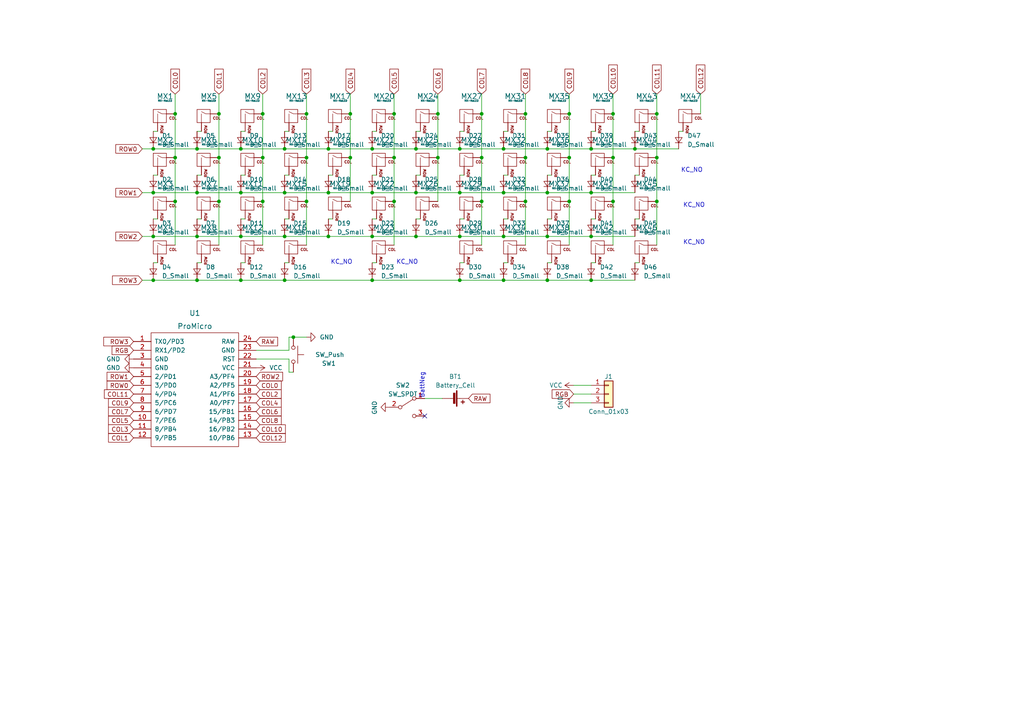
<source format=kicad_sch>
(kicad_sch (version 20230121) (generator eeschema)
  (paper "A4")
  (lib_symbols
    (symbol "ComboDiode:D_Small" (pin_numbers hide) (pin_names (offset 0.254) hide)
      (property "Reference" "D" (at -1.27 2.032 0))
      (property "Value" "D_Small" (at -3.81 -2.032 0))
      (symbol "D_Small_0_1"
        (polyline (pts (xy -0.762 -1.016) (xy -0.762 1.016)))
        (polyline (pts (xy -0.762 0) (xy 0.762 0)))
        (polyline (pts (xy 0.762 -1.016) (xy -0.762 0) (xy 0.762 1.016) (xy 0.762 -1.016)))
      )
      (symbol "D_Small_1_1"
        (pin passive line (at -2.54 0 0) (length 1.778) (name "K") (number "1"))
        (pin passive line (at 2.54 0 180) (length 1.778) (name "A") (number "2"))
      )
    )
    (symbol "Device:Battery_Cell" (pin_numbers hide) (pin_names (offset 0) hide)
      (property "Reference" "BT" (at 2.54 2.54 0))
      (property "Value" "Battery_Cell" (at 2.54 0 0))
      (symbol "Battery_Cell_0_1"
        (rectangle (start -2.286 1.778) (end 2.286 1.524) (fill (type outline)))
        (rectangle (start -1.5748 1.1938) (end 1.4732 0.6858) (fill (type outline)))
        (polyline (pts (xy 0 0.762) (xy 0 0)))
        (polyline (pts (xy 0 1.778) (xy 0 2.54)))
        (polyline (pts (xy 0.508 3.429) (xy 1.524 3.429)) (stroke (width 0.254)))
        (polyline (pts (xy 1.016 3.937) (xy 1.016 2.921)) (stroke (width 0.254)))
      )
      (symbol "Battery_Cell_1_1"
        (pin passive line (at 0 5.08 270) (length 2.54) (name "+") (number "1"))
        (pin passive line (at 0 -2.54 90) (length 2.54) (name "-") (number "2"))
      )
    )
    (symbol "MX_Alps_Hybrid:MX-NoLED" (pin_names (offset 1.016))
      (property "Reference" "MX" (at -0.635 3.81 0))
      (property "Value" "MX-NoLED" (at -0.635 1.27 0))
      (symbol "MX-NoLED_0_0"
        (rectangle (start -2.54 2.54) (end 1.27 -1.27))
        (polyline (pts (xy -1.27 -1.27) (xy -1.27 1.27)) (stroke (width 0.127)))
        (polyline (pts (xy 1.27 1.27) (xy 0 1.27) (xy -1.27 1.905)) (stroke (width 0.127)))
        (text "COL" (at 3.175 0 0) (effects (font (size 0.762 0.762))))
        (text "ROW" (at 0 -1.905 900) (effects (font (size 0.762 0.762)) (justify right)))
      )
      (symbol "MX-NoLED_1_1"
        (pin passive line (at 3.81 1.27 180) (length 2.54) (name "COL") (number "1"))
        (pin passive line (at -1.27 -3.81 90) (length 2.54) (name "ROW") (number "2"))
      )
    )
    (symbol "Switch:SW_Push" (pin_numbers hide) (pin_names (offset 1.016) hide)
      (property "Reference" "SW" (at 1.27 2.54 0))
      (property "Value" "SW_Push" (at 0 -1.524 0))
      (symbol "SW_Push_0_1"
        (circle (center -2.032 0) (radius 0.508))
        (polyline (pts (xy 0 1.27) (xy 0 3.048)))
        (polyline (pts (xy 2.54 1.27) (xy -2.54 1.27)))
        (circle (center 2.032 0) (radius 0.508))
        (pin passive line (at -5.08 0 0) (length 2.54) (name "1") (number "1"))
        (pin passive line (at 5.08 0 180) (length 2.54) (name "2") (number "2"))
      )
    )
    (symbol "Switch:SW_SPDT" (pin_names (offset 0) hide)
      (property "Reference" "SW" (at 0 4.318 0))
      (property "Value" "SW_SPDT" (at 0 -5.08 0))
      (symbol "SW_SPDT_0_0"
        (circle (center -2.032 0) (radius 0.508))
        (circle (center 2.032 -2.54) (radius 0.508))
      )
      (symbol "SW_SPDT_0_1"
        (polyline (pts (xy -1.524 0.254) (xy 1.651 2.286)))
        (circle (center 2.032 2.54) (radius 0.508))
      )
      (symbol "SW_SPDT_1_1"
        (pin passive line (at 5.08 2.54 180) (length 2.54) (name "A") (number "1"))
        (pin passive line (at -5.08 0 0) (length 2.54) (name "B") (number "2"))
        (pin passive line (at 5.08 -2.54 180) (length 2.54) (name "C") (number "3"))
      )
    )
    (symbol "alpha_pro_micro-rescue:Conn_01x03" (pin_names (offset 1.016) hide)
      (property "Reference" "J" (at 0 5.08 0))
      (property "Value" "Conn_01x03" (at 0 -5.08 0))
      (symbol "Conn_01x03_1_1"
        (rectangle (start -1.27 -2.413) (end 0 -2.667) (stroke (width 0.1524)))
        (rectangle (start -1.27 0.127) (end 0 -0.127) (stroke (width 0.1524)))
        (rectangle (start -1.27 2.667) (end 0 2.413) (stroke (width 0.1524)))
        (rectangle (start -1.27 3.81) (end 1.27 -3.81) (stroke (width 0.254)) (fill (type background)))
        (pin passive line (at -5.08 2.54 0) (length 3.81) (name "Pin_1") (number "1"))
        (pin passive line (at -5.08 0 0) (length 3.81) (name "Pin_2") (number "2"))
        (pin passive line (at -5.08 -2.54 0) (length 3.81) (name "Pin_3") (number "3"))
      )
    )
    (symbol "keebio:ProMicro" (pin_names (offset 1.016))
      (property "Reference" "U" (at 0 0 0))
      (property "Value" "ProMicro" (at 0 -19.05 0))
      (symbol "ProMicro_0_1"
        (rectangle (start -12.7 -16.51) (end 12.7 16.51))
      )
      (symbol "ProMicro_1_1"
        (pin input line (at -17.78 13.97 0) (length 5.08) (name "TX0/PD3") (number "1"))
        (pin input line (at -17.78 -8.89 0) (length 5.08) (name "7/PE6") (number "10"))
        (pin input line (at -17.78 -11.43 0) (length 5.08) (name "8/PB4") (number "11"))
        (pin input line (at -17.78 -13.97 0) (length 5.08) (name "9/PB5") (number "12"))
        (pin input line (at 17.78 -13.97 180) (length 5.08) (name "10/PB6") (number "13"))
        (pin input line (at 17.78 -11.43 180) (length 5.08) (name "16/PB2") (number "14"))
        (pin input line (at 17.78 -8.89 180) (length 5.08) (name "14/PB3") (number "15"))
        (pin input line (at 17.78 -6.35 180) (length 5.08) (name "15/PB1") (number "16"))
        (pin input line (at 17.78 -3.81 180) (length 5.08) (name "A0/PF7") (number "17"))
        (pin input line (at 17.78 -1.27 180) (length 5.08) (name "A1/PF6") (number "18"))
        (pin input line (at 17.78 1.27 180) (length 5.08) (name "A2/PF5") (number "19"))
        (pin input line (at -17.78 11.43 0) (length 5.08) (name "RX1/PD2") (number "2"))
        (pin input line (at 17.78 3.81 180) (length 5.08) (name "A3/PF4") (number "20"))
        (pin input line (at 17.78 6.35 180) (length 5.08) (name "VCC") (number "21"))
        (pin input line (at 17.78 8.89 180) (length 5.08) (name "RST") (number "22"))
        (pin input line (at 17.78 11.43 180) (length 5.08) (name "GND") (number "23"))
        (pin input line (at 17.78 13.97 180) (length 5.08) (name "RAW") (number "24"))
        (pin input line (at -17.78 8.89 0) (length 5.08) (name "GND") (number "3"))
        (pin input line (at -17.78 6.35 0) (length 5.08) (name "GND") (number "4"))
        (pin input line (at -17.78 3.81 0) (length 5.08) (name "2/PD1") (number "5"))
        (pin input line (at -17.78 1.27 0) (length 5.08) (name "3/PD0") (number "6"))
        (pin input line (at -17.78 -1.27 0) (length 5.08) (name "4/PD4") (number "7"))
        (pin input line (at -17.78 -3.81 0) (length 5.08) (name "5/PC6") (number "8"))
        (pin input line (at -17.78 -6.35 0) (length 5.08) (name "6/PD7") (number "9"))
      )
    )
    (symbol "power:GND" (power) (pin_names (offset 0))
      (property "Value" "GND" (at 0 -3.81 0))
      (symbol "GND_0_1"
        (polyline (pts (xy 0 0) (xy 0 -1.27) (xy 1.27 -1.27) (xy 0 -2.54) (xy -1.27 -1.27) (xy 0 -1.27)))
      )
      (symbol "GND_1_1"
        (pin power_in line (at 0 0 270) (length 0) hide (name "GND") (number "1"))
      )
    )
    (symbol "power:VCC" (power) (pin_names (offset 0))
      (property "Value" "VCC" (at 0 3.81 0))
      (symbol "VCC_0_1"
        (polyline (pts (xy -0.762 1.27) (xy 0 2.54)))
        (polyline (pts (xy 0 0) (xy 0 2.54)))
        (polyline (pts (xy 0 2.54) (xy 0.762 1.27)))
      )
      (symbol "VCC_1_1"
        (pin power_in line (at 0 0 90) (length 0) hide (name "VCC") (number "1"))
      )
    )
  )
  (junction (at 177.8 45.72))
  (junction (at 88.9 45.72))
  (junction (at 57.15 68.58))
  (junction (at 146.05 81.28))
  (junction (at 171.45 55.88))
  (junction (at 133.35 55.88))
  (junction (at 50.8 58.42))
  (junction (at 69.85 43.18))
  (junction (at 177.8 33.02))
  (junction (at 184.15 43.18))
  (junction (at 101.6 33.02))
  (junction (at 57.15 43.18))
  (junction (at 76.2 45.72))
  (junction (at 88.9 58.42))
  (junction (at 165.1 33.02))
  (junction (at 44.45 55.88))
  (junction (at 133.35 68.58))
  (junction (at 146.05 68.58))
  (junction (at 133.35 81.28))
  (junction (at 107.95 68.58))
  (junction (at 107.95 43.18))
  (junction (at 44.45 68.58))
  (junction (at 158.75 81.28))
  (junction (at 152.4 33.02))
  (junction (at 82.55 81.28))
  (junction (at 85.09 97.79))
  (junction (at 107.95 55.88))
  (junction (at 190.5 58.42))
  (junction (at 50.8 33.02))
  (junction (at 127 45.72))
  (junction (at 57.15 55.88))
  (junction (at 76.2 33.02))
  (junction (at 82.55 68.58))
  (junction (at 158.75 43.18))
  (junction (at 107.95 81.28))
  (junction (at 114.3 45.72))
  (junction (at 63.5 58.42))
  (junction (at 114.3 33.02))
  (junction (at 171.45 43.18))
  (junction (at 63.5 33.02))
  (junction (at 44.45 81.28))
  (junction (at 88.9 33.02))
  (junction (at 127 33.02))
  (junction (at 120.65 43.18))
  (junction (at 101.6 45.72))
  (junction (at 139.7 58.42))
  (junction (at 146.05 55.88))
  (junction (at 158.75 68.58))
  (junction (at 95.25 43.18))
  (junction (at 120.65 68.58))
  (junction (at 50.8 45.72))
  (junction (at 44.45 43.18))
  (junction (at 190.5 45.72))
  (junction (at 165.1 58.42))
  (junction (at 152.4 58.42))
  (junction (at 165.1 45.72))
  (junction (at 177.8 58.42))
  (junction (at 95.25 55.88))
  (junction (at 171.45 81.28))
  (junction (at 82.55 43.18))
  (junction (at 114.3 58.42))
  (junction (at 95.25 68.58))
  (junction (at 158.75 55.88))
  (junction (at 57.15 81.28))
  (junction (at 139.7 45.72))
  (junction (at 171.45 68.58))
  (junction (at 69.85 55.88))
  (junction (at 133.35 43.18))
  (junction (at 190.5 33.02))
  (junction (at 146.05 43.18))
  (junction (at 82.55 55.88))
  (junction (at 63.5 45.72))
  (junction (at 152.4 45.72))
  (junction (at 69.85 68.58))
  (junction (at 120.65 55.88))
  (junction (at 139.7 33.02))
  (junction (at 76.2 58.42))
  (junction (at 69.85 81.28))
  (no_connect (at 123.19 120.65))
  (wire (pts (xy 76.2 58.42) (xy 76.2 71.12)))
  (wire (pts (xy 152.4 33.02) (xy 152.4 45.72)))
  (wire (pts (xy 69.85 76.2) (xy 71.12 76.2)))
  (wire (pts (xy 88.9 71.12) (xy 88.9 58.42)))
  (wire (pts (xy 95.25 43.18) (xy 107.95 43.18)))
  (wire (pts (xy 57.15 50.8) (xy 58.42 50.8)))
  (wire (pts (xy 50.8 33.02) (xy 50.8 45.72)))
  (wire (pts (xy 133.35 50.8) (xy 134.62 50.8)))
  (wire (pts (xy 120.65 43.18) (xy 133.35 43.18)))
  (wire (pts (xy 88.9 45.72) (xy 88.9 33.02)))
  (wire (pts (xy 146.05 50.8) (xy 147.32 50.8)))
  (wire (pts (xy 146.05 38.1) (xy 147.32 38.1)))
  (wire (pts (xy 44.45 50.8) (xy 45.72 50.8)))
  (wire (pts (xy 82.55 43.18) (xy 95.25 43.18)))
  (wire (pts (xy 177.8 33.02) (xy 177.8 45.72)))
  (wire (pts (xy 57.15 43.18) (xy 69.85 43.18)))
  (wire (pts (xy 158.75 68.58) (xy 171.45 68.58)))
  (wire (pts (xy 57.15 81.28) (xy 69.85 81.28)))
  (wire (pts (xy 107.95 76.2) (xy 109.22 76.2)))
  (wire (pts (xy 107.95 63.5) (xy 109.22 63.5)))
  (wire (pts (xy 95.25 63.5) (xy 96.52 63.5)))
  (wire (pts (xy 133.35 81.28) (xy 146.05 81.28)))
  (wire (pts (xy 57.15 55.88) (xy 69.85 55.88)))
  (wire (pts (xy 184.15 38.1) (xy 185.42 38.1)))
  (wire (pts (xy 190.5 58.42) (xy 190.5 71.12)))
  (wire (pts (xy 166.37 114.3) (xy 171.45 114.3)))
  (wire (pts (xy 120.65 63.5) (xy 121.92 63.5)))
  (wire (pts (xy 171.45 68.58) (xy 184.15 68.58)))
  (wire (pts (xy 50.8 58.42) (xy 50.8 71.12)))
  (wire (pts (xy 190.5 33.02) (xy 190.5 45.72)))
  (wire (pts (xy 120.65 55.88) (xy 133.35 55.88)))
  (wire (pts (xy 139.7 45.72) (xy 139.7 58.42)))
  (wire (pts (xy 114.3 33.02) (xy 114.3 27.305)))
  (wire (pts (xy 146.05 63.5) (xy 147.32 63.5)))
  (wire (pts (xy 171.45 38.1) (xy 172.72 38.1)))
  (wire (pts (xy 44.45 76.2) (xy 45.72 76.2)))
  (wire (pts (xy 82.55 76.2) (xy 83.82 76.2)))
  (wire (pts (xy 57.15 63.5) (xy 58.42 63.5)))
  (wire (pts (xy 139.7 27.305) (xy 139.7 33.02)))
  (wire (pts (xy 50.8 27.305) (xy 50.8 33.02)))
  (wire (pts (xy 171.45 50.8) (xy 172.72 50.8)))
  (wire (pts (xy 146.05 43.18) (xy 158.75 43.18)))
  (wire (pts (xy 120.65 38.1) (xy 121.92 38.1)))
  (wire (pts (xy 107.95 81.28) (xy 133.35 81.28)))
  (wire (pts (xy 165.1 58.42) (xy 165.1 71.12)))
  (wire (pts (xy 107.95 38.1) (xy 109.22 38.1)))
  (wire (pts (xy 146.05 81.28) (xy 158.75 81.28)))
  (wire (pts (xy 177.8 27.305) (xy 177.8 33.02)))
  (wire (pts (xy 69.85 63.5) (xy 71.12 63.5)))
  (wire (pts (xy 95.25 38.1) (xy 96.52 38.1)))
  (wire (pts (xy 171.45 76.2) (xy 172.72 76.2)))
  (wire (pts (xy 158.75 76.2) (xy 160.02 76.2)))
  (wire (pts (xy 69.85 50.8) (xy 71.12 50.8)))
  (wire (pts (xy 133.35 76.2) (xy 134.62 76.2)))
  (wire (pts (xy 158.75 81.28) (xy 171.45 81.28)))
  (wire (pts (xy 41.275 55.88) (xy 44.45 55.88)))
  (wire (pts (xy 41.275 43.18) (xy 44.45 43.18)))
  (wire (pts (xy 69.85 43.18) (xy 82.55 43.18)))
  (wire (pts (xy 158.75 50.8) (xy 160.02 50.8)))
  (wire (pts (xy 44.45 63.5) (xy 45.72 63.5)))
  (wire (pts (xy 63.5 33.02) (xy 63.5 45.72)))
  (wire (pts (xy 166.37 111.76) (xy 171.45 111.76)))
  (wire (pts (xy 184.15 76.2) (xy 185.42 76.2)))
  (wire (pts (xy 133.35 38.1) (xy 134.62 38.1)))
  (wire (pts (xy 63.5 58.42) (xy 63.5 71.12)))
  (wire (pts (xy 101.6 33.02) (xy 101.6 45.72)))
  (wire (pts (xy 83.82 104.14) (xy 83.82 107.95)))
  (wire (pts (xy 184.15 43.18) (xy 196.85 43.18)))
  (wire (pts (xy 83.82 97.79) (xy 83.82 101.6)))
  (wire (pts (xy 177.8 58.42) (xy 177.8 71.12)))
  (wire (pts (xy 88.9 58.42) (xy 88.9 45.72)))
  (wire (pts (xy 184.15 63.5) (xy 185.42 63.5)))
  (wire (pts (xy 44.45 81.28) (xy 57.15 81.28)))
  (wire (pts (xy 146.05 55.88) (xy 158.75 55.88)))
  (wire (pts (xy 82.55 63.5) (xy 83.82 63.5)))
  (wire (pts (xy 57.15 68.58) (xy 69.85 68.58)))
  (wire (pts (xy 133.35 68.58) (xy 146.05 68.58)))
  (wire (pts (xy 74.295 104.14) (xy 83.82 104.14)))
  (wire (pts (xy 44.45 43.18) (xy 57.15 43.18)))
  (wire (pts (xy 171.45 43.18) (xy 184.15 43.18)))
  (wire (pts (xy 196.85 38.1) (xy 198.12 38.1)))
  (wire (pts (xy 165.1 33.02) (xy 165.1 45.72)))
  (wire (pts (xy 95.25 50.8) (xy 96.52 50.8)))
  (wire (pts (xy 85.09 97.79) (xy 83.82 97.79)))
  (wire (pts (xy 171.45 55.88) (xy 184.15 55.88)))
  (wire (pts (xy 69.85 81.28) (xy 82.55 81.28)))
  (wire (pts (xy 82.55 68.58) (xy 95.25 68.58)))
  (wire (pts (xy 95.25 55.88) (xy 107.95 55.88)))
  (wire (pts (xy 76.2 45.72) (xy 76.2 58.42)))
  (wire (pts (xy 101.6 45.72) (xy 101.6 58.42)))
  (wire (pts (xy 82.55 81.28) (xy 107.95 81.28)))
  (wire (pts (xy 95.25 68.58) (xy 107.95 68.58)))
  (wire (pts (xy 41.275 68.58) (xy 44.45 68.58)))
  (wire (pts (xy 107.95 50.8) (xy 109.22 50.8)))
  (wire (pts (xy 133.35 55.88) (xy 146.05 55.88)))
  (wire (pts (xy 85.09 97.79) (xy 88.9 97.79)))
  (wire (pts (xy 146.05 68.58) (xy 158.75 68.58)))
  (wire (pts (xy 165.1 27.305) (xy 165.1 33.02)))
  (wire (pts (xy 82.55 50.8) (xy 83.82 50.8)))
  (wire (pts (xy 152.4 45.72) (xy 152.4 58.42)))
  (wire (pts (xy 82.55 38.1) (xy 83.82 38.1)))
  (wire (pts (xy 63.5 45.72) (xy 63.5 58.42)))
  (wire (pts (xy 120.65 68.58) (xy 133.35 68.58)))
  (wire (pts (xy 152.4 58.42) (xy 152.4 71.12)))
  (wire (pts (xy 158.75 63.5) (xy 160.02 63.5)))
  (wire (pts (xy 82.55 55.88) (xy 95.25 55.88)))
  (wire (pts (xy 50.8 45.72) (xy 50.8 58.42)))
  (wire (pts (xy 171.45 63.5) (xy 172.72 63.5)))
  (wire (pts (xy 88.9 33.02) (xy 88.9 27.305)))
  (wire (pts (xy 107.95 43.18) (xy 120.65 43.18)))
  (wire (pts (xy 44.45 55.88) (xy 57.15 55.88)))
  (wire (pts (xy 152.4 27.305) (xy 152.4 33.02)))
  (wire (pts (xy 127 33.02) (xy 127 45.72)))
  (wire (pts (xy 69.85 55.88) (xy 82.55 55.88)))
  (wire (pts (xy 76.2 33.02) (xy 76.2 45.72)))
  (wire (pts (xy 69.85 38.1) (xy 71.12 38.1)))
  (wire (pts (xy 146.05 76.2) (xy 147.32 76.2)))
  (wire (pts (xy 190.5 27.305) (xy 190.5 33.02)))
  (wire (pts (xy 57.15 76.2) (xy 58.42 76.2)))
  (wire (pts (xy 158.75 55.88) (xy 171.45 55.88)))
  (wire (pts (xy 158.75 43.18) (xy 171.45 43.18)))
  (wire (pts (xy 120.65 50.8) (xy 121.92 50.8)))
  (wire (pts (xy 114.3 58.42) (xy 114.3 45.72)))
  (wire (pts (xy 69.85 68.58) (xy 82.55 68.58)))
  (wire (pts (xy 57.15 38.1) (xy 58.42 38.1)))
  (wire (pts (xy 74.295 101.6) (xy 83.82 101.6)))
  (wire (pts (xy 139.7 58.42) (xy 139.7 71.12)))
  (wire (pts (xy 171.45 81.28) (xy 184.15 81.28)))
  (wire (pts (xy 133.35 43.18) (xy 146.05 43.18)))
  (wire (pts (xy 44.45 68.58) (xy 57.15 68.58)))
  (wire (pts (xy 44.45 38.1) (xy 45.72 38.1)))
  (wire (pts (xy 133.35 63.5) (xy 134.62 63.5)))
  (wire (pts (xy 114.3 71.12) (xy 114.3 58.42)))
  (wire (pts (xy 101.6 27.305) (xy 101.6 33.02)))
  (wire (pts (xy 139.7 33.02) (xy 139.7 45.72)))
  (wire (pts (xy 83.82 107.95) (xy 85.09 107.95)))
  (wire (pts (xy 158.75 38.1) (xy 160.02 38.1)))
  (wire (pts (xy 41.275 81.28) (xy 44.45 81.28)))
  (wire (pts (xy 190.5 45.72) (xy 190.5 58.42)))
  (wire (pts (xy 127 45.72) (xy 127 58.42)))
  (wire (pts (xy 177.8 45.72) (xy 177.8 58.42)))
  (wire (pts (xy 127 27.305) (xy 127 33.02)))
  (wire (pts (xy 76.2 27.305) (xy 76.2 33.02)))
  (wire (pts (xy 166.37 116.84) (xy 171.45 116.84)))
  (wire (pts (xy 107.95 68.58) (xy 120.65 68.58)))
  (wire (pts (xy 184.15 50.8) (xy 185.42 50.8)))
  (wire (pts (xy 203.2 27.305) (xy 203.2 33.02)))
  (wire (pts (xy 63.5 27.305) (xy 63.5 33.02)))
  (wire (pts (xy 107.95 55.88) (xy 120.65 55.88)))
  (wire (pts (xy 114.3 45.72) (xy 114.3 33.02)))
  (wire (pts (xy 165.1 45.72) (xy 165.1 58.42)))
  (wire (pts (xy 123.19 115.57) (xy 128.27 115.57)))
  (text "KC_NO\n" (at 121.285 76.835 0) (effects (font (size 1.27 1.27)) (justify right bottom)))
  (text "KC_NO\n" (at 95.885 76.835 0) (effects (font (size 1.27 1.27)) (justify left bottom)))
  (text "KC_NO\n" (at 197.485 50.165 0) (effects (font (size 1.27 1.27)) (justify left bottom)))
  (text "KC_NO\n" (at 198.12 60.325 0) (effects (font (size 1.27 1.27)) (justify left bottom)))
  (text "KC_NO\n" (at 198.12 71.12 0) (effects (font (size 1.27 1.27)) (justify left bottom)))
  (text "BattNeg" (at 123.19 115.57 90) (effects (font (size 1.27 1.27)) (justify left bottom)))
  (global_label "COL12" (shape input) (at 74.295 127 0) (property "Intersheetrefs" "${INTERSHEET_REFS}" (effects hide)))
  (global_label "COL1" (shape input) (at 63.5 27.305 90) (property "Intersheetrefs" "${INTERSHEET_REFS}" (effects hide)))
  (global_label "COL4" (shape input) (at 74.295 116.84 0) (property "Intersheetrefs" "${INTERSHEET_REFS}" (effects hide)))
  (global_label "COL5" (shape input) (at 114.3 27.305 90) (property "Intersheetrefs" "${INTERSHEET_REFS}" (effects hide)))
  (global_label "COL4" (shape input) (at 101.6 27.305 90) (property "Intersheetrefs" "${INTERSHEET_REFS}" (effects hide)))
  (global_label "ROW2" (shape input) (at 74.295 109.22 0) (property "Intersheetrefs" "${INTERSHEET_REFS}" (effects hide)))
  (global_label "RGB" (shape input) (at 38.735 101.6 180) (property "Intersheetrefs" "${INTERSHEET_REFS}" (effects hide)))
  (global_label "COL8" (shape input) (at 152.4 27.305 90) (property "Intersheetrefs" "${INTERSHEET_REFS}" (effects hide)))
  (global_label "COL7" (shape input) (at 139.7 27.305 90) (property "Intersheetrefs" "${INTERSHEET_REFS}" (effects hide)))
  (global_label "ROW0" (shape input) (at 41.275 43.18 180) (property "Intersheetrefs" "${INTERSHEET_REFS}" (effects hide)))
  (global_label "ROW0" (shape input) (at 38.735 111.76 180) (property "Intersheetrefs" "${INTERSHEET_REFS}" (effects hide)))
  (global_label "COL11" (shape input) (at 38.735 114.3 180) (property "Intersheetrefs" "${INTERSHEET_REFS}" (effects hide)))
  (global_label "COL8" (shape input) (at 74.295 121.92 0) (property "Intersheetrefs" "${INTERSHEET_REFS}" (effects hide)))
  (global_label "COL3" (shape input) (at 38.735 124.46 180) (property "Intersheetrefs" "${INTERSHEET_REFS}" (effects hide)))
  (global_label "COL3" (shape input) (at 88.9 27.305 90) (property "Intersheetrefs" "${INTERSHEET_REFS}" (effects hide)))
  (global_label "RAW" (shape input) (at 135.89 115.57 0) (property "Intersheetrefs" "${INTERSHEET_REFS}" (effects hide)))
  (global_label "COL6" (shape input) (at 74.295 119.38 0) (property "Intersheetrefs" "${INTERSHEET_REFS}" (effects hide)))
  (global_label "COL7" (shape input) (at 38.735 119.38 180) (property "Intersheetrefs" "${INTERSHEET_REFS}" (effects hide)))
  (global_label "COL9" (shape input) (at 38.735 116.84 180) (property "Intersheetrefs" "${INTERSHEET_REFS}" (effects hide)))
  (global_label "ROW2" (shape input) (at 41.275 68.58 180) (property "Intersheetrefs" "${INTERSHEET_REFS}" (effects hide)))
  (global_label "COL11" (shape input) (at 190.5 27.305 90) (property "Intersheetrefs" "${INTERSHEET_REFS}" (effects hide)))
  (global_label "COL9" (shape input) (at 165.1 27.305 90) (property "Intersheetrefs" "${INTERSHEET_REFS}" (effects hide)))
  (global_label "COL5" (shape input) (at 38.735 121.92 180) (property "Intersheetrefs" "${INTERSHEET_REFS}" (effects hide)))
  (global_label "COL10" (shape input) (at 177.8 27.305 90) (property "Intersheetrefs" "${INTERSHEET_REFS}" (effects hide)))
  (global_label "COL2" (shape input) (at 74.295 114.3 0) (property "Intersheetrefs" "${INTERSHEET_REFS}" (effects hide)))
  (global_label "COL1" (shape input) (at 38.735 127 180) (property "Intersheetrefs" "${INTERSHEET_REFS}" (effects hide)))
  (global_label "RGB" (shape input) (at 166.37 114.3 180) (property "Intersheetrefs" "${INTERSHEET_REFS}" (effects hide)))
  (global_label "COL12" (shape input) (at 203.2 27.305 90) (property "Intersheetrefs" "${INTERSHEET_REFS}" (effects hide)))
  (global_label "COL6" (shape input) (at 127 27.305 90) (property "Intersheetrefs" "${INTERSHEET_REFS}" (effects hide)))
  (global_label "COL10" (shape input) (at 74.295 124.46 0) (property "Intersheetrefs" "${INTERSHEET_REFS}" (effects hide)))
  (global_label "COL0" (shape input) (at 74.295 111.76 0) (property "Intersheetrefs" "${INTERSHEET_REFS}" (effects hide)))
  (global_label "COL0" (shape input) (at 50.8 27.305 90) (property "Intersheetrefs" "${INTERSHEET_REFS}" (effects hide)))
  (global_label " ROW3" (shape input) (at 38.735 99.06 180) (property "Intersheetrefs" "${INTERSHEET_REFS}" (effects hide)))
  (global_label "ROW1" (shape input) (at 41.275 55.88 180) (property "Intersheetrefs" "${INTERSHEET_REFS}" (effects hide)))
  (global_label "RAW" (shape input) (at 74.295 99.06 0) (property "Intersheetrefs" "${INTERSHEET_REFS}" (effects hide)))
  (global_label "COL2" (shape input) (at 76.2 27.305 90) (property "Intersheetrefs" "${INTERSHEET_REFS}" (effects hide)))
  (global_label "ROW1" (shape input) (at 38.735 109.22 180) (property "Intersheetrefs" "${INTERSHEET_REFS}" (effects hide)))
  (global_label " ROW3" (shape input) (at 41.275 81.28 180) (property "Intersheetrefs" "${INTERSHEET_REFS}" (effects hide)))
  (symbol (lib_id "ComboDiode:D_Small") (at 133.35 66.04 90) (unit 1)
    (property "Reference" "D29" (at 135.89 64.7699 90) (effects (justify right)))
    (property "Value" "D_Small" (at 135.89 67.3099 90) (effects (justify right)))
    (property "Footprint" "combodiode:ComboDiode" (effects hide))
  )
  (symbol (lib_id "power:GND") (at 38.735 106.68 270) (unit 1)
    (property "Reference" "#PWR0103" (effects hide))
    (property "Value" "GND" (at 34.925 106.6799 90) (effects (justify right)))
  )
  (symbol (lib_id "MX_Alps_Hybrid:MX-NoLED") (at 123.19 46.99 0) (unit 1)
    (property "Reference" "MX25" (at 124.0756 40.64 0) (effects (font (size 1.524 1.524))))
    (property "Value" "MX-NoLED" (at 124.0756 41.91 0) (effects (font (size 0.508 0.508))))
    (property "Footprint" "MX_Only:MXOnly-1U-NoLED" (effects hide))
  )
  (symbol (lib_id "ComboDiode:D_Small") (at 57.15 66.04 90) (unit 1)
    (property "Reference" "D7" (at 59.69 64.7699 90) (effects (justify right)))
    (property "Value" "D_Small" (at 59.69 67.3099 90) (effects (justify right)))
    (property "Footprint" "combodiode:ComboDiode" (effects hide))
  )
  (symbol (lib_id "MX_Alps_Hybrid:MX-NoLED") (at 85.09 34.29 0) (unit 1)
    (property "Reference" "MX13" (at 85.9756 27.94 0) (effects (font (size 1.524 1.524))))
    (property "Value" "MX-NoLED" (at 85.9756 29.21 0) (effects (font (size 0.508 0.508))))
    (property "Footprint" "MX_Only:MXOnly-1U-NoLED" (effects hide))
  )
  (symbol (lib_id "MX_Alps_Hybrid:MX-NoLED") (at 135.89 34.29 0) (unit 1)
    (property "Reference" "MX27" (at 136.7756 27.94 0) (effects (font (size 1.524 1.524))))
    (property "Value" "MX-NoLED" (at 136.7756 29.21 0) (effects (font (size 0.508 0.508))))
    (property "Footprint" "MX_Only:MXOnly-1U-NoLED" (effects hide))
  )
  (symbol (lib_id "ComboDiode:D_Small") (at 171.45 78.74 90) (unit 1)
    (property "Reference" "D42" (at 173.99 77.4699 90) (effects (justify right)))
    (property "Value" "D_Small" (at 173.99 80.0099 90) (effects (justify right)))
    (property "Footprint" "combodiode:ComboDiode" (effects hide))
  )
  (symbol (lib_id "MX_Alps_Hybrid:MX-NoLED") (at 173.99 34.29 0) (unit 1)
    (property "Reference" "MX39" (at 174.8756 27.94 0) (effects (font (size 1.524 1.524))))
    (property "Value" "MX-NoLED" (at 174.8756 29.21 0) (effects (font (size 0.508 0.508))))
    (property "Footprint" "MX_Only:MXOnly-1U-NoLED" (effects hide))
  )
  (symbol (lib_id "ComboDiode:D_Small") (at 158.75 66.04 90) (unit 1)
    (property "Reference" "D37" (at 161.29 64.7699 90) (effects (justify right)))
    (property "Value" "D_Small" (at 161.29 67.3099 90) (effects (justify right)))
    (property "Footprint" "combodiode:ComboDiode" (effects hide))
  )
  (symbol (lib_id "ComboDiode:D_Small") (at 158.75 40.64 90) (unit 1)
    (property "Reference" "D35" (at 161.29 39.3699 90) (effects (justify right)))
    (property "Value" "D_Small" (at 161.29 41.9099 90) (effects (justify right)))
    (property "Footprint" "combodiode:ComboDiode" (effects hide))
  )
  (symbol (lib_id "ComboDiode:D_Small") (at 82.55 53.34 90) (unit 1)
    (property "Reference" "D14" (at 85.09 52.0699 90) (effects (justify right)))
    (property "Value" "D_Small" (at 85.09 54.6099 90) (effects (justify right)))
    (property "Footprint" "combodiode:ComboDiode" (effects hide))
  )
  (symbol (lib_id "ComboDiode:D_Small") (at 184.15 66.04 90) (unit 1)
    (property "Reference" "D45" (at 186.69 64.7699 90) (effects (justify right)))
    (property "Value" "D_Small" (at 186.69 67.3099 90) (effects (justify right)))
    (property "Footprint" "combodiode:ComboDiode" (effects hide))
  )
  (symbol (lib_id "ComboDiode:D_Small") (at 133.35 53.34 90) (unit 1)
    (property "Reference" "D28" (at 135.89 52.0699 90) (effects (justify right)))
    (property "Value" "D_Small" (at 135.89 54.6099 90) (effects (justify right)))
    (property "Footprint" "combodiode:ComboDiode" (effects hide))
  )
  (symbol (lib_id "MX_Alps_Hybrid:MX-NoLED") (at 186.69 34.29 0) (unit 1)
    (property "Reference" "MX43" (at 187.5756 27.94 0) (effects (font (size 1.524 1.524))))
    (property "Value" "MX-NoLED" (at 187.5756 29.21 0) (effects (font (size 0.508 0.508))))
    (property "Footprint" "MX_Only:MXOnly-1U-NoLED" (effects hide))
  )
  (symbol (lib_id "MX_Alps_Hybrid:MX-NoLED") (at 199.39 34.29 0) (unit 1)
    (property "Reference" "MX47" (at 200.2756 27.94 0) (effects (font (size 1.524 1.524))))
    (property "Value" "MX-NoLED" (at 200.2756 29.21 0) (effects (font (size 0.508 0.508))))
    (property "Footprint" "MX_Only:MXOnly-1U-NoLED" (effects hide))
  )
  (symbol (lib_id "power:GND") (at 38.735 104.14 270) (unit 1)
    (property "Reference" "#PWR0104" (effects hide))
    (property "Value" "GND" (at 34.925 104.1399 90) (effects (justify right)))
  )
  (symbol (lib_id "ComboDiode:D_Small") (at 171.45 66.04 90) (unit 1)
    (property "Reference" "D41" (at 173.99 64.7699 90) (effects (justify right)))
    (property "Value" "D_Small" (at 173.99 67.3099 90) (effects (justify right)))
    (property "Footprint" "combodiode:ComboDiode" (effects hide))
  )
  (symbol (lib_id "ComboDiode:D_Small") (at 57.15 78.74 90) (unit 1)
    (property "Reference" "D8" (at 59.69 77.4699 90) (effects (justify right)))
    (property "Value" "D_Small" (at 59.69 80.0099 90) (effects (justify right)))
    (property "Footprint" "combodiode:ComboDiode" (effects hide))
  )
  (symbol (lib_id "MX_Alps_Hybrid:MX-NoLED") (at 186.69 46.99 0) (unit 1)
    (property "Reference" "MX44" (at 187.5756 40.64 0) (effects (font (size 1.524 1.524))))
    (property "Value" "MX-NoLED" (at 187.5756 41.91 0) (effects (font (size 0.508 0.508))))
    (property "Footprint" "MX_Only:MXOnly-1.75U-NoLED" (effects hide))
  )
  (symbol (lib_id "MX_Alps_Hybrid:MX-NoLED") (at 161.29 59.69 0) (unit 1)
    (property "Reference" "MX37" (at 162.1756 53.34 0) (effects (font (size 1.524 1.524))))
    (property "Value" "MX-NoLED" (at 162.1756 54.61 0) (effects (font (size 0.508 0.508))))
    (property "Footprint" "MX_Only:MXOnly-1U-NoLED" (effects hide))
  )
  (symbol (lib_id "ComboDiode:D_Small") (at 146.05 53.34 90) (unit 1)
    (property "Reference" "D32" (at 148.59 52.0699 90) (effects (justify right)))
    (property "Value" "D_Small" (at 148.59 54.6099 90) (effects (justify right)))
    (property "Footprint" "combodiode:ComboDiode" (effects hide))
  )
  (symbol (lib_id "ComboDiode:D_Small") (at 107.95 53.34 90) (unit 1)
    (property "Reference" "D21" (at 110.49 52.0699 90) (effects (justify right)))
    (property "Value" "D_Small" (at 110.49 54.6099 90) (effects (justify right)))
    (property "Footprint" "combodiode:ComboDiode" (effects hide))
  )
  (symbol (lib_id "MX_Alps_Hybrid:MX-NoLED") (at 72.39 72.39 0) (unit 1)
    (property "Reference" "MX12" (at 73.2756 66.04 0) (effects (font (size 1.524 1.524))))
    (property "Value" "MX-NoLED" (at 73.2756 67.31 0) (effects (font (size 0.508 0.508))))
    (property "Footprint" "MX_Only:MXOnly-1U-NoLED" (effects hide))
  )
  (symbol (lib_id "MX_Alps_Hybrid:MX-NoLED") (at 173.99 72.39 0) (unit 1)
    (property "Reference" "MX42" (at 174.8756 66.04 0) (effects (font (size 1.524 1.524))))
    (property "Value" "MX-NoLED" (at 174.8756 67.31 0) (effects (font (size 0.508 0.508))))
    (property "Footprint" "MX_Only:MXOnly-1U-NoLED" (effects hide))
  )
  (symbol (lib_id "MX_Alps_Hybrid:MX-NoLED") (at 72.39 46.99 0) (unit 1)
    (property "Reference" "MX10" (at 73.2756 40.64 0) (effects (font (size 1.524 1.524))))
    (property "Value" "MX-NoLED" (at 73.2756 41.91 0) (effects (font (size 0.508 0.508))))
    (property "Footprint" "MX_Only:MXOnly-1U-NoLED" (effects hide))
  )
  (symbol (lib_id "ComboDiode:D_Small") (at 69.85 53.34 90) (unit 1)
    (property "Reference" "D10" (at 72.39 52.0699 90) (effects (justify right)))
    (property "Value" "D_Small" (at 72.39 54.6099 90) (effects (justify right)))
    (property "Footprint" "combodiode:ComboDiode" (effects hide))
  )
  (symbol (lib_id "alpha_pro_micro-rescue:Conn_01x03") (at 176.53 114.3 0) (unit 1)
    (property "Reference" "J1" (at 176.53 109.22 0))
    (property "Value" "Conn_01x03" (at 176.53 119.38 0))
    (property "Footprint" "Connector_PinSocket_2.00mm:PinSocket_1x03_P2.00mm_Vertical" (effects hide))
  )
  (symbol (lib_id "keebio:ProMicro") (at 56.515 113.03 0) (unit 1)
    (property "Reference" "U1" (at 56.515 90.805 0) (effects (font (size 1.524 1.524))))
    (property "Value" "ProMicro" (at 56.515 94.615 0) (effects (font (size 1.524 1.524))))
    (property "Footprint" "Keebio-Parts:ArduinoProMicro" (effects hide))
  )
  (symbol (lib_id "MX_Alps_Hybrid:MX-NoLED") (at 161.29 46.99 0) (unit 1)
    (property "Reference" "MX36" (at 162.1756 40.64 0) (effects (font (size 1.524 1.524))))
    (property "Value" "MX-NoLED" (at 162.1756 41.91 0) (effects (font (size 0.508 0.508))))
    (property "Footprint" "MX_Only:MXOnly-1U-NoLED" (effects hide))
  )
  (symbol (lib_id "MX_Alps_Hybrid:MX-NoLED") (at 46.99 46.99 0) (unit 1)
    (property "Reference" "MX2" (at 47.8756 40.64 0) (effects (font (size 1.524 1.524))))
    (property "Value" "MX-NoLED" (at 47.8756 41.91 0) (effects (font (size 0.508 0.508))))
    (property "Footprint" "MX_Only:MXOnly-1.25U-NoLED" (effects hide))
  )
  (symbol (lib_id "MX_Alps_Hybrid:MX-NoLED") (at 59.69 72.39 0) (unit 1)
    (property "Reference" "MX8" (at 60.5756 66.04 0) (effects (font (size 1.524 1.524))))
    (property "Value" "MX-NoLED" (at 60.5756 67.31 0) (effects (font (size 0.508 0.508))))
    (property "Footprint" "MX_Only:MXOnly-1U-NoLED" (effects hide))
  )
  (symbol (lib_id "ComboDiode:D_Small") (at 95.25 53.34 90) (unit 1)
    (property "Reference" "D18" (at 97.79 52.0699 90) (effects (justify right)))
    (property "Value" "D_Small" (at 97.79 54.6099 90) (effects (justify right)))
    (property "Footprint" "combodiode:ComboDiode" (effects hide))
  )
  (symbol (lib_id "ComboDiode:D_Small") (at 184.15 53.34 90) (unit 1)
    (property "Reference" "D44" (at 186.69 52.0699 90) (effects (justify right)))
    (property "Value" "D_Small" (at 186.69 54.6099 90) (effects (justify right)))
    (property "Footprint" "combodiode:ComboDiode" (effects hide))
  )
  (symbol (lib_id "MX_Alps_Hybrid:MX-NoLED") (at 123.19 34.29 0) (unit 1)
    (property "Reference" "MX24" (at 124.0756 27.94 0) (effects (font (size 1.524 1.524))))
    (property "Value" "MX-NoLED" (at 124.0756 29.21 0) (effects (font (size 0.508 0.508))))
    (property "Footprint" "MX_Only:MXOnly-1U-NoLED" (effects hide))
  )
  (symbol (lib_id "MX_Alps_Hybrid:MX-NoLED") (at 110.49 72.39 0) (unit 1)
    (property "Reference" "MX23" (at 111.3756 66.04 0) (effects (font (size 1.524 1.524))))
    (property "Value" "MX-NoLED" (at 111.3756 67.31 0) (effects (font (size 0.508 0.508))))
    (property "Footprint" "MX_Only:MXOnly-1U-NoLED" (effects hide))
  )
  (symbol (lib_id "ComboDiode:D_Small") (at 44.45 40.64 90) (unit 1)
    (property "Reference" "D1" (at 46.99 39.3699 90) (effects (justify right)))
    (property "Value" "D_Small" (at 46.99 41.9099 90) (effects (justify right)))
    (property "Footprint" "combodiode:ComboDiode" (effects hide))
  )
  (symbol (lib_id "MX_Alps_Hybrid:MX-NoLED") (at 85.09 72.39 0) (unit 1)
    (property "Reference" "MX16" (at 85.9756 66.04 0) (effects (font (size 1.524 1.524))))
    (property "Value" "MX-NoLED" (at 85.9756 67.31 0) (effects (font (size 0.508 0.508))))
    (property "Footprint" "MX_Only:MXOnly-2U-ReversedStabilizers-NoLED" (effects hide))
  )
  (symbol (lib_id "MX_Alps_Hybrid:MX-NoLED") (at 59.69 34.29 0) (unit 1)
    (property "Reference" "MX5" (at 60.5756 27.94 0) (effects (font (size 1.524 1.524))))
    (property "Value" "MX-NoLED" (at 60.5756 29.21 0) (effects (font (size 0.508 0.508))))
    (property "Footprint" "MX_Only:MXOnly-1U-NoLED" (effects hide))
  )
  (symbol (lib_id "ComboDiode:D_Small") (at 107.95 40.64 90) (unit 1)
    (property "Reference" "D20" (at 110.49 39.3699 90) (effects (justify right)))
    (property "Value" "D_Small" (at 110.49 41.9099 90) (effects (justify right)))
    (property "Footprint" "combodiode:ComboDiode" (effects hide))
  )
  (symbol (lib_id "ComboDiode:D_Small") (at 171.45 53.34 90) (unit 1)
    (property "Reference" "D40" (at 173.99 52.0699 90) (effects (justify right)))
    (property "Value" "D_Small" (at 173.99 54.6099 90) (effects (justify right)))
    (property "Footprint" "combodiode:ComboDiode" (effects hide))
  )
  (symbol (lib_id "power:VCC") (at 74.295 106.68 270) (unit 1)
    (property "Reference" "#PWR0102" (effects hide))
    (property "Value" "VCC" (at 78.105 106.6799 90) (effects (justify left)))
  )
  (symbol (lib_id "ComboDiode:D_Small") (at 69.85 78.74 90) (unit 1)
    (property "Reference" "D12" (at 72.39 77.4699 90) (effects (justify right)))
    (property "Value" "D_Small" (at 72.39 80.0099 90) (effects (justify right)))
    (property "Footprint" "combodiode:ComboDiode" (effects hide))
  )
  (symbol (lib_id "ComboDiode:D_Small") (at 184.15 78.74 90) (unit 1)
    (property "Reference" "D46" (at 186.69 77.4699 90) (effects (justify right)))
    (property "Value" "D_Small" (at 186.69 80.0099 90) (effects (justify right)))
    (property "Footprint" "combodiode:ComboDiode" (effects hide))
  )
  (symbol (lib_id "MX_Alps_Hybrid:MX-NoLED") (at 97.79 34.29 0) (unit 1)
    (property "Reference" "MX17" (at 98.6756 27.94 0) (effects (font (size 1.524 1.524))))
    (property "Value" "MX-NoLED" (at 98.6756 29.21 0) (effects (font (size 0.508 0.508))))
    (property "Footprint" "MX_Only:MXOnly-1U-NoLED" (effects hide))
  )
  (symbol (lib_id "ComboDiode:D_Small") (at 107.95 78.74 90) (unit 1)
    (property "Reference" "D23" (at 110.49 77.4699 90) (effects (justify right)))
    (property "Value" "D_Small" (at 110.49 80.0099 90) (effects (justify right)))
    (property "Footprint" "combodiode:ComboDiode" (effects hide))
  )
  (symbol (lib_id "ComboDiode:D_Small") (at 44.45 66.04 90) (unit 1)
    (property "Reference" "D3" (at 46.99 64.7699 90) (effects (justify right)))
    (property "Value" "D_Small" (at 46.99 67.3099 90) (effects (justify right)))
    (property "Footprint" "combodiode:ComboDiode" (effects hide))
  )
  (symbol (lib_id "ComboDiode:D_Small") (at 82.55 78.74 90) (unit 1)
    (property "Reference" "D16" (at 85.09 77.4699 90) (effects (justify right)))
    (property "Value" "D_Small" (at 85.09 80.0099 90) (effects (justify right)))
    (property "Footprint" "combodiode:ComboDiode" (effects hide))
  )
  (symbol (lib_id "ComboDiode:D_Small") (at 120.65 53.34 90) (unit 1)
    (property "Reference" "D25" (at 123.19 52.0699 90) (effects (justify right)))
    (property "Value" "D_Small" (at 123.19 54.6099 90) (effects (justify right)))
    (property "Footprint" "combodiode:ComboDiode" (effects hide))
  )
  (symbol (lib_id "Switch:SW_SPDT") (at 118.11 118.11 0) (unit 1)
    (property "Reference" "SW2" (at 116.84 111.76 0))
    (property "Value" "SW_SPDT" (at 116.84 114.3 0))
    (property "Footprint" "keeblib:switch_SSSS811101" (effects hide))
  )
  (symbol (lib_id "MX_Alps_Hybrid:MX-NoLED") (at 186.69 72.39 0) (unit 1)
    (property "Reference" "MX46" (at 187.5756 66.04 0) (effects (font (size 1.524 1.524))))
    (property "Value" "MX-NoLED" (at 187.5756 67.31 0) (effects (font (size 0.508 0.508))))
    (property "Footprint" "MX_Only:MXOnly-1.25U-NoLED" (effects hide))
  )
  (symbol (lib_id "ComboDiode:D_Small") (at 44.45 78.74 90) (unit 1)
    (property "Reference" "D4" (at 46.99 77.4699 90) (effects (justify right)))
    (property "Value" "D_Small" (at 46.99 80.0099 90) (effects (justify right)))
    (property "Footprint" "combodiode:ComboDiode" (effects hide))
  )
  (symbol (lib_id "MX_Alps_Hybrid:MX-NoLED") (at 161.29 72.39 0) (unit 1)
    (property "Reference" "MX38" (at 162.1756 66.04 0) (effects (font (size 1.524 1.524))))
    (property "Value" "MX-NoLED" (at 162.1756 67.31 0) (effects (font (size 0.508 0.508))))
    (property "Footprint" "MX_Only:MXOnly-1U-NoLED" (effects hide))
  )
  (symbol (lib_id "ComboDiode:D_Small") (at 44.45 53.34 90) (unit 1)
    (property "Reference" "D2" (at 46.99 52.0699 90) (effects (justify right)))
    (property "Value" "D_Small" (at 46.99 54.6099 90) (effects (justify right)))
    (property "Footprint" "combodiode:ComboDiode" (effects hide))
  )
  (symbol (lib_id "Device:Battery_Cell") (at 130.81 115.57 270) (unit 1)
    (property "Reference" "BT1" (at 132.08 109.22 90))
    (property "Value" "Battery_Cell" (at 132.08 111.76 90))
    (property "Footprint" "keeblib:cell_pads" (effects hide))
  )
  (symbol (lib_id "MX_Alps_Hybrid:MX-NoLED") (at 97.79 59.69 0) (unit 1)
    (property "Reference" "MX19" (at 98.6756 53.34 0) (effects (font (size 1.524 1.524))))
    (property "Value" "MX-NoLED" (at 98.6756 54.61 0) (effects (font (size 0.508 0.508))))
    (property "Footprint" "MX_Only:MXOnly-1U-NoLED" (effects hide))
  )
  (symbol (lib_id "MX_Alps_Hybrid:MX-NoLED") (at 59.69 59.69 0) (unit 1)
    (property "Reference" "MX7" (at 60.5756 53.34 0) (effects (font (size 1.524 1.524))))
    (property "Value" "MX-NoLED" (at 60.5756 54.61 0) (effects (font (size 0.508 0.508))))
    (property "Footprint" "MX_Only:MXOnly-1U-NoLED" (effects hide))
  )
  (symbol (lib_id "MX_Alps_Hybrid:MX-NoLED") (at 123.19 59.69 0) (unit 1)
    (property "Reference" "MX26" (at 124.0756 53.34 0) (effects (font (size 1.524 1.524))))
    (property "Value" "MX-NoLED" (at 124.0756 54.61 0) (effects (font (size 0.508 0.508))))
    (property "Footprint" "MX_Only:MXOnly-1U-NoLED" (effects hide))
  )
  (symbol (lib_id "MX_Alps_Hybrid:MX-NoLED") (at 148.59 46.99 0) (unit 1)
    (property "Reference" "MX32" (at 149.4756 40.64 0) (effects (font (size 1.524 1.524))))
    (property "Value" "MX-NoLED" (at 149.4756 41.91 0) (effects (font (size 0.508 0.508))))
    (property "Footprint" "MX_Only:MXOnly-1U-NoLED" (effects hide))
  )
  (symbol (lib_id "MX_Alps_Hybrid:MX-NoLED") (at 59.69 46.99 0) (unit 1)
    (property "Reference" "MX6" (at 60.5756 40.64 0) (effects (font (size 1.524 1.524))))
    (property "Value" "MX-NoLED" (at 60.5756 41.91 0) (effects (font (size 0.508 0.508))))
    (property "Footprint" "MX_Only:MXOnly-1U-NoLED" (effects hide))
  )
  (symbol (lib_id "MX_Alps_Hybrid:MX-NoLED") (at 135.89 46.99 0) (unit 1)
    (property "Reference" "MX28" (at 136.7756 40.64 0) (effects (font (size 1.524 1.524))))
    (property "Value" "MX-NoLED" (at 136.7756 41.91 0) (effects (font (size 0.508 0.508))))
    (property "Footprint" "MX_Only:MXOnly-1U-NoLED" (effects hide))
  )
  (symbol (lib_id "ComboDiode:D_Small") (at 120.65 40.64 90) (unit 1)
    (property "Reference" "D24" (at 123.19 39.3699 90) (effects (justify right)))
    (property "Value" "D_Small" (at 123.19 41.9099 90) (effects (justify right)))
    (property "Footprint" "combodiode:ComboDiode" (effects hide))
  )
  (symbol (lib_id "MX_Alps_Hybrid:MX-NoLED") (at 97.79 46.99 0) (unit 1)
    (property "Reference" "MX18" (at 98.6756 40.64 0) (effects (font (size 1.524 1.524))))
    (property "Value" "MX-NoLED" (at 98.6756 41.91 0) (effects (font (size 0.508 0.508))))
    (property "Footprint" "MX_Only:MXOnly-1U-NoLED" (effects hide))
  )
  (symbol (lib_id "MX_Alps_Hybrid:MX-NoLED") (at 46.99 34.29 0) (unit 1)
    (property "Reference" "MX1" (at 47.8756 27.94 0) (effects (font (size 1.524 1.524))))
    (property "Value" "MX-NoLED" (at 47.8756 29.21 0) (effects (font (size 0.508 0.508))))
    (property "Footprint" "MX_Only:MXOnly-1U-NoLED" (effects hide))
  )
  (symbol (lib_id "MX_Alps_Hybrid:MX-NoLED") (at 85.09 46.99 0) (unit 1)
    (property "Reference" "MX14" (at 85.9756 40.64 0) (effects (font (size 1.524 1.524))))
    (property "Value" "MX-NoLED" (at 85.9756 41.91 0) (effects (font (size 0.508 0.508))))
    (property "Footprint" "MX_Only:MXOnly-1U-NoLED" (effects hide))
  )
  (symbol (lib_id "ComboDiode:D_Small") (at 146.05 78.74 90) (unit 1)
    (property "Reference" "D34" (at 148.59 77.4699 90) (effects (justify right)))
    (property "Value" "D_Small" (at 148.59 80.0099 90) (effects (justify right)))
    (property "Footprint" "combodiode:ComboDiode" (effects hide))
  )
  (symbol (lib_id "ComboDiode:D_Small") (at 69.85 66.04 90) (unit 1)
    (property "Reference" "D11" (at 72.39 64.7699 90) (effects (justify right)))
    (property "Value" "D_Small" (at 72.39 67.3099 90) (effects (justify right)))
    (property "Footprint" "combodiode:ComboDiode" (effects hide))
  )
  (symbol (lib_id "ComboDiode:D_Small") (at 133.35 78.74 90) (unit 1)
    (property "Reference" "D30" (at 135.89 77.4699 90) (effects (justify right)))
    (property "Value" "D_Small" (at 135.89 80.0099 90) (effects (justify right)))
    (property "Footprint" "combodiode:ComboDiode" (effects hide))
  )
  (symbol (lib_id "MX_Alps_Hybrid:MX-NoLED") (at 186.69 59.69 0) (unit 1)
    (property "Reference" "MX45" (at 187.5756 53.34 0) (effects (font (size 1.524 1.524))))
    (property "Value" "MX-NoLED" (at 187.5756 54.61 0) (effects (font (size 0.508 0.508))))
    (property "Footprint" "MX_Only:MXOnly-1.5U-NoLED" (effects hide))
  )
  (symbol (lib_id "ComboDiode:D_Small") (at 57.15 53.34 90) (unit 1)
    (property "Reference" "D6" (at 59.69 52.0699 90) (effects (justify right)))
    (property "Value" "D_Small" (at 59.69 54.6099 90) (effects (justify right)))
    (property "Footprint" "combodiode:ComboDiode" (effects hide))
  )
  (symbol (lib_id "ComboDiode:D_Small") (at 82.55 40.64 90) (unit 1)
    (property "Reference" "D13" (at 85.09 39.3699 90) (effects (justify right)))
    (property "Value" "D_Small" (at 85.09 41.9099 90) (effects (justify right)))
    (property "Footprint" "combodiode:ComboDiode" (effects hide))
  )
  (symbol (lib_id "ComboDiode:D_Small") (at 146.05 66.04 90) (unit 1)
    (property "Reference" "D33" (at 148.59 64.7699 90) (effects (justify right)))
    (property "Value" "D_Small" (at 148.59 67.3099 90) (effects (justify right)))
    (property "Footprint" "combodiode:ComboDiode" (effects hide))
  )
  (symbol (lib_id "ComboDiode:D_Small") (at 120.65 66.04 90) (unit 1)
    (property "Reference" "D26" (at 123.19 64.7699 90) (effects (justify right)))
    (property "Value" "D_Small" (at 123.19 67.3099 90) (effects (justify right)))
    (property "Footprint" "combodiode:ComboDiode" (effects hide))
  )
  (symbol (lib_id "ComboDiode:D_Small") (at 95.25 66.04 90) (unit 1)
    (property "Reference" "D19" (at 97.79 64.7699 90) (effects (justify right)))
    (property "Value" "D_Small" (at 97.79 67.3099 90) (effects (justify right)))
    (property "Footprint" "combodiode:ComboDiode" (effects hide))
  )
  (symbol (lib_id "ComboDiode:D_Small") (at 133.35 40.64 90) (unit 1)
    (property "Reference" "D27" (at 135.89 39.3699 90) (effects (justify right)))
    (property "Value" "D_Small" (at 135.89 41.9099 90) (effects (justify right)))
    (property "Footprint" "combodiode:ComboDiode" (effects hide))
  )
  (symbol (lib_id "MX_Alps_Hybrid:MX-NoLED") (at 72.39 34.29 0) (unit 1)
    (property "Reference" "MX9" (at 73.2756 27.94 0) (effects (font (size 1.524 1.524))))
    (property "Value" "MX-NoLED" (at 73.2756 29.21 0) (effects (font (size 0.508 0.508))))
    (property "Footprint" "MX_Only:MXOnly-1U-NoLED" (effects hide))
  )
  (symbol (lib_id "power:GND") (at 113.03 118.11 270) (unit 1)
    (property "Reference" "#PWR0105" (effects hide))
    (property "Value" "GND" (at 108.6358 118.237 0))
  )
  (symbol (lib_id "ComboDiode:D_Small") (at 158.75 78.74 90) (unit 1)
    (property "Reference" "D38" (at 161.29 77.4699 90) (effects (justify right)))
    (property "Value" "D_Small" (at 161.29 80.0099 90) (effects (justify right)))
    (property "Footprint" "combodiode:ComboDiode" (effects hide))
  )
  (symbol (lib_id "ComboDiode:D_Small") (at 196.85 40.64 90) (unit 1)
    (property "Reference" "D47" (at 199.39 39.3699 90) (effects (justify right)))
    (property "Value" "D_Small" (at 199.39 41.9099 90) (effects (justify right)))
    (property "Footprint" "combodiode:ComboDiode" (effects hide))
  )
  (symbol (lib_id "Switch:SW_Push") (at 85.09 102.87 270) (unit 1)
    (property "Reference" "SW1" (at 93.345 105.41 90) (effects (justify left)))
    (property "Value" "SW_Push" (at 91.44 102.87 90) (effects (justify left)))
    (property "Footprint" "Connector_PinHeader_2.54mm:PinHeader_1x02_P2.54mm_Vertical" (effects hide))
  )
  (symbol (lib_id "MX_Alps_Hybrid:MX-NoLED") (at 148.59 34.29 0) (unit 1)
    (property "Reference" "MX31" (at 149.4756 27.94 0) (effects (font (size 1.524 1.524))))
    (property "Value" "MX-NoLED" (at 149.4756 29.21 0) (effects (font (size 0.508 0.508))))
    (property "Footprint" "MX_Only:MXOnly-1U-NoLED" (effects hide))
  )
  (symbol (lib_id "power:GND") (at 88.9 97.79 90) (unit 1)
    (property "Reference" "#PWR0101" (effects hide))
    (property "Value" "GND" (at 92.71 97.7899 90) (effects (justify right)))
  )
  (symbol (lib_id "MX_Alps_Hybrid:MX-NoLED") (at 148.59 72.39 0) (unit 1)
    (property "Reference" "MX34" (at 149.4756 66.04 0) (effects (font (size 1.524 1.524))))
    (property "Value" "MX-NoLED" (at 149.4756 67.31 0) (effects (font (size 0.508 0.508))))
    (property "Footprint" "MX_Only:MXOnly-1U-NoLED" (effects hide))
  )
  (symbol (lib_id "power:GND") (at 166.37 116.84 270) (unit 1)
    (property "Reference" "#PWR0106" (effects hide))
    (property "Value" "GND" (at 162.56 116.84 0))
  )
  (symbol (lib_id "ComboDiode:D_Small") (at 171.45 40.64 90) (unit 1)
    (property "Reference" "D39" (at 173.99 39.3699 90) (effects (justify right)))
    (property "Value" "D_Small" (at 173.99 41.9099 90) (effects (justify right)))
    (property "Footprint" "combodiode:ComboDiode" (effects hide))
  )
  (symbol (lib_id "ComboDiode:D_Small") (at 69.85 40.64 90) (unit 1)
    (property "Reference" "D9" (at 72.39 39.3699 90) (effects (justify right)))
    (property "Value" "D_Small" (at 72.39 41.9099 90) (effects (justify right)))
    (property "Footprint" "combodiode:ComboDiode" (effects hide))
  )
  (symbol (lib_id "MX_Alps_Hybrid:MX-NoLED") (at 110.49 46.99 0) (unit 1)
    (property "Reference" "MX21" (at 111.3756 40.64 0) (effects (font (size 1.524 1.524))))
    (property "Value" "MX-NoLED" (at 111.3756 41.91 0) (effects (font (size 0.508 0.508))))
    (property "Footprint" "MX_Only:MXOnly-1U-NoLED" (effects hide))
  )
  (symbol (lib_id "ComboDiode:D_Small") (at 184.15 40.64 90) (unit 1)
    (property "Reference" "D43" (at 186.69 39.3699 90) (effects (justify right)))
    (property "Value" "D_Small" (at 186.69 41.9099 90) (effects (justify right)))
    (property "Footprint" "combodiode:ComboDiode" (effects hide))
  )
  (symbol (lib_id "MX_Alps_Hybrid:MX-NoLED") (at 46.99 59.69 0) (unit 1)
    (property "Reference" "MX3" (at 47.8756 53.34 0) (effects (font (size 1.524 1.524))))
    (property "Value" "MX-NoLED" (at 47.8756 54.61 0) (effects (font (size 0.508 0.508))))
    (property "Footprint" "MX_Only:MXOnly-1.5U-NoLED" (effects hide))
  )
  (symbol (lib_id "ComboDiode:D_Small") (at 146.05 40.64 90) (unit 1)
    (property "Reference" "D31" (at 148.59 39.3699 90) (effects (justify right)))
    (property "Value" "D_Small" (at 148.59 41.9099 90) (effects (justify right)))
    (property "Footprint" "combodiode:ComboDiode" (effects hide))
  )
  (symbol (lib_id "MX_Alps_Hybrid:MX-NoLED") (at 46.99 72.39 0) (unit 1)
    (property "Reference" "MX4" (at 47.8756 66.04 0) (effects (font (size 1.524 1.524))))
    (property "Value" "MX-NoLED" (at 47.8756 67.31 0) (effects (font (size 0.508 0.508))))
    (property "Footprint" "MX_Only:MXOnly-1.75U-NoLED" (effects hide))
  )
  (symbol (lib_id "MX_Alps_Hybrid:MX-NoLED") (at 85.09 59.69 0) (unit 1)
    (property "Reference" "MX15" (at 85.9756 53.34 0) (effects (font (size 1.524 1.524))))
    (property "Value" "MX-NoLED" (at 85.9756 54.61 0) (effects (font (size 0.508 0.508))))
    (property "Footprint" "MX_Only:MXOnly-1U-NoLED" (effects hide))
  )
  (symbol (lib_id "ComboDiode:D_Small") (at 107.95 66.04 90) (unit 1)
    (property "Reference" "D22" (at 110.49 64.7699 90) (effects (justify right)))
    (property "Value" "D_Small" (at 110.49 67.3099 90) (effects (justify right)))
    (property "Footprint" "combodiode:ComboDiode" (effects hide))
  )
  (symbol (lib_id "ComboDiode:D_Small") (at 95.25 40.64 90) (unit 1)
    (property "Reference" "D17" (at 97.79 39.3699 90) (effects (justify right)))
    (property "Value" "D_Small" (at 97.79 41.9099 90) (effects (justify right)))
    (property "Footprint" "combodiode:ComboDiode" (effects hide))
  )
  (symbol (lib_id "ComboDiode:D_Small") (at 82.55 66.04 90) (unit 1)
    (property "Reference" "D15" (at 85.09 64.7699 90) (effects (justify right)))
    (property "Value" "D_Small" (at 85.09 67.3099 90) (effects (justify right)))
    (property "Footprint" "combodiode:ComboDiode" (effects hide))
  )
  (symbol (lib_id "ComboDiode:D_Small") (at 57.15 40.64 90) (unit 1)
    (property "Reference" "D5" (at 59.69 39.3699 90) (effects (justify right)))
    (property "Value" "D_Small" (at 59.69 41.9099 90) (effects (justify right)))
    (property "Footprint" "combodiode:ComboDiode" (effects hide))
  )
  (symbol (lib_id "MX_Alps_Hybrid:MX-NoLED") (at 173.99 59.69 0) (unit 1)
    (property "Reference" "MX41" (at 174.8756 53.34 0) (effects (font (size 1.524 1.524))))
    (property "Value" "MX-NoLED" (at 174.8756 54.61 0) (effects (font (size 0.508 0.508))))
    (property "Footprint" "MX_Only:MXOnly-1U-NoLED" (effects hide))
  )
  (symbol (lib_id "MX_Alps_Hybrid:MX-NoLED") (at 135.89 72.39 0) (unit 1)
    (property "Reference" "MX30" (at 136.7756 66.04 0) (effects (font (size 1.524 1.524))))
    (property "Value" "MX-NoLED" (at 136.7756 67.31 0) (effects (font (size 0.508 0.508))))
    (property "Footprint" "MX_Only:MXOnly-2U-ReversedStabilizers-NoLED" (effects hide))
  )
  (symbol (lib_id "MX_Alps_Hybrid:MX-NoLED") (at 173.99 46.99 0) (unit 1)
    (property "Reference" "MX40" (at 174.8756 40.64 0) (effects (font (size 1.524 1.524))))
    (property "Value" "MX-NoLED" (at 174.8756 41.91 0) (effects (font (size 0.508 0.508))))
    (property "Footprint" "MX_Only:MXOnly-1U-NoLED" (effects hide))
  )
  (symbol (lib_id "MX_Alps_Hybrid:MX-NoLED") (at 110.49 34.29 0) (unit 1)
    (property "Reference" "MX20" (at 111.3756 27.94 0) (effects (font (size 1.524 1.524))))
    (property "Value" "MX-NoLED" (at 111.3756 29.21 0) (effects (font (size 0.508 0.508))))
    (property "Footprint" "MX_Only:MXOnly-1U-NoLED" (effects hide))
  )
  (symbol (lib_id "MX_Alps_Hybrid:MX-NoLED") (at 161.29 34.29 0) (unit 1)
    (property "Reference" "MX35" (at 162.1756 27.94 0) (effects (font (size 1.524 1.524))))
    (property "Value" "MX-NoLED" (at 162.1756 29.21 0) (effects (font (size 0.508 0.508))))
    (property "Footprint" "MX_Only:MXOnly-1U-NoLED" (effects hide))
  )
  (symbol (lib_id "MX_Alps_Hybrid:MX-NoLED") (at 110.49 59.69 0) (unit 1)
    (property "Reference" "MX22" (at 111.3756 53.34 0) (effects (font (size 1.524 1.524))))
    (property "Value" "MX-NoLED" (at 111.3756 54.61 0) (effects (font (size 0.508 0.508))))
    (property "Footprint" "MX_Only:MXOnly-1U-NoLED" (effects hide))
  )
  (symbol (lib_id "MX_Alps_Hybrid:MX-NoLED") (at 148.59 59.69 0) (unit 1)
    (property "Reference" "MX33" (at 149.4756 53.34 0) (effects (font (size 1.524 1.524))))
    (property "Value" "MX-NoLED" (at 149.4756 54.61 0) (effects (font (size 0.508 0.508))))
    (property "Footprint" "MX_Only:MXOnly-1U-NoLED" (effects hide))
  )
  (symbol (lib_id "MX_Alps_Hybrid:MX-NoLED") (at 72.39 59.69 0) (unit 1)
    (property "Reference" "MX11" (at 73.2756 53.34 0) (effects (font (size 1.524 1.524))))
    (property "Value" "MX-NoLED" (at 73.2756 54.61 0) (effects (font (size 0.508 0.508))))
    (property "Footprint" "MX_Only:MXOnly-1U-NoLED" (effects hide))
  )
  (symbol (lib_id "ComboDiode:D_Small") (at 158.75 53.34 90) (unit 1)
    (property "Reference" "D36" (at 161.29 52.0699 90) (effects (justify right)))
    (property "Value" "D_Small" (at 161.29 54.6099 90) (effects (justify right)))
    (property "Footprint" "combodiode:ComboDiode" (effects hide))
  )
  (symbol (lib_id "power:VCC") (at 166.37 111.76 90) (unit 1)
    (property "Reference" "#PWR0107" (effects hide))
    (property "Value" "VCC" (at 163.195 111.7599 90) (effects (justify left)))
  )
  (symbol (lib_id "MX_Alps_Hybrid:MX-NoLED") (at 135.89 59.69 0) (unit 1)
    (property "Reference" "MX29" (at 136.7756 53.34 0) (effects (font (size 1.524 1.524))))
    (property "Value" "MX-NoLED" (at 136.7756 54.61 0) (effects (font (size 0.508 0.508))))
    (property "Footprint" "MX_Only:MXOnly-1U-NoLED" (effects hide))
  )
)
</source>
